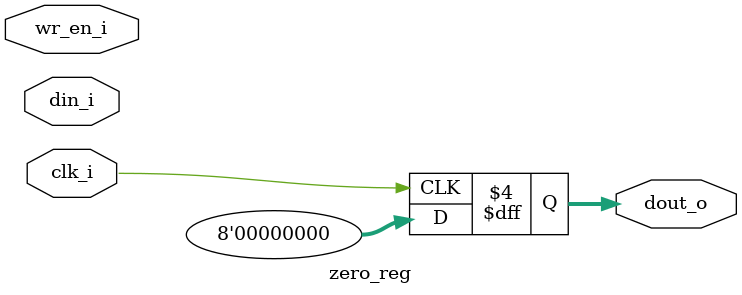
<source format=v>


module zero_reg
#(
    parameter SIZE = 8
)
(
    input [SIZE - 1 : 0] din_i,
    input wr_en_i,
    input clk_i,
    output reg [SIZE - 1 : 0] dout_o

);


always @(posedge clk_i)
begin
    if(wr_en_i) dout_o <= 0;
    else dout_o <= 0;
end


endmodule

</source>
